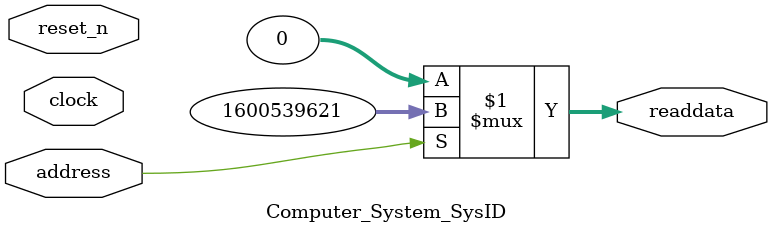
<source format=v>



// synthesis translate_off
`timescale 1ns / 1ps
// synthesis translate_on

// turn off superfluous verilog processor warnings 
// altera message_level Level1 
// altera message_off 10034 10035 10036 10037 10230 10240 10030 

module Computer_System_SysID (
               // inputs:
                address,
                clock,
                reset_n,

               // outputs:
                readdata
             )
;

  output  [ 31: 0] readdata;
  input            address;
  input            clock;
  input            reset_n;

  wire    [ 31: 0] readdata;
  //control_slave, which is an e_avalon_slave
  assign readdata = address ? 1600539621 : 0;

endmodule



</source>
